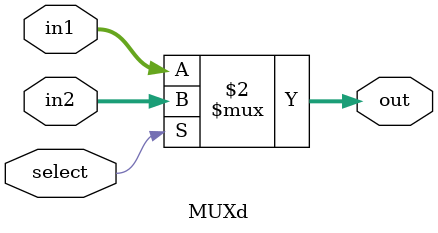
<source format=sv>
module MUXd #( parameter N = 32 )( 
    input logic select,
    input logic [N-1:0] in1, in2,
    output logic [N-1:0] out
);

    always @* begin
        out = (select) ? in2 : in1;
    end

endmodule
</source>
